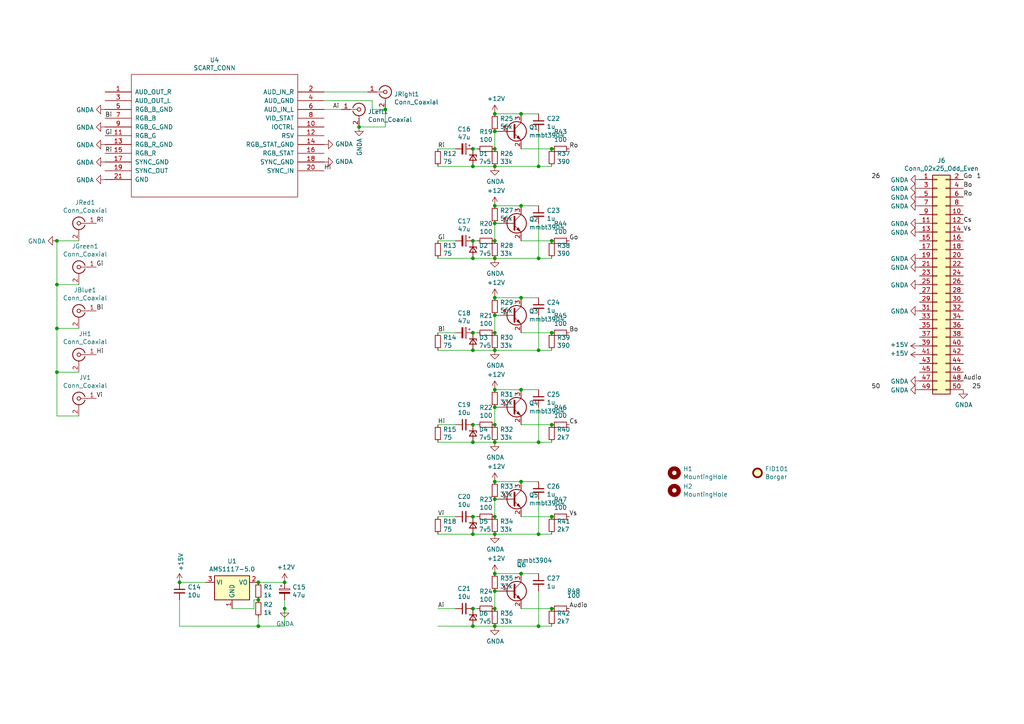
<source format=kicad_sch>
(kicad_sch (version 20231120) (generator "eeschema") (generator_version "8.0")
  (paper "A4")
  (lib_symbols
    (symbol "Connector:Conn_Coaxial" (pin_names (offset 1.016) hide)
      (property "Reference" "J" (at 0.254 3.048 0))
      (property "Value" "Conn_Coaxial" (at 2.921 0 90))
      (symbol "Conn_Coaxial_1_1"
        (pin passive line (at -5.08 0 0) (length 2.54) (name "In") (number "1"))
        (pin passive line (at 0 -5.08 90) (length 2.54) (name "Ext") (number "2"))
      )
    )
    (symbol "Connector_Generic:Conn_02x25_Odd_Even" (pin_names (offset 1.016) hide)
      (property "Reference" "J" (at 1.27 33.02 0))
      (property "Value" "Conn_02x25_Odd_Even" (at 1.27 -33.02 0))
      (symbol "Conn_02x25_Odd_Even_1_1"
        (pin passive line (at -5.08 30.48 0) (length 3.81) (name "Pin_1") (number "1"))
        (pin passive line (at 7.62 20.32 180) (length 3.81) (name "Pin_10") (number "10"))
        (pin passive line (at -5.08 17.78 0) (length 3.81) (name "Pin_11") (number "11"))
        (pin passive line (at 7.62 17.78 180) (length 3.81) (name "Pin_12") (number "12"))
        (pin passive line (at -5.08 15.24 0) (length 3.81) (name "Pin_13") (number "13"))
        (pin passive line (at 7.62 15.24 180) (length 3.81) (name "Pin_14") (number "14"))
        (pin passive line (at -5.08 12.7 0) (length 3.81) (name "Pin_15") (number "15"))
        (pin passive line (at 7.62 12.7 180) (length 3.81) (name "Pin_16") (number "16"))
        (pin passive line (at -5.08 10.16 0) (length 3.81) (name "Pin_17") (number "17"))
        (pin passive line (at 7.62 10.16 180) (length 3.81) (name "Pin_18") (number "18"))
        (pin passive line (at -5.08 7.62 0) (length 3.81) (name "Pin_19") (number "19"))
        (pin passive line (at 7.62 30.48 180) (length 3.81) (name "Pin_2") (number "2"))
        (pin passive line (at 7.62 7.62 180) (length 3.81) (name "Pin_20") (number "20"))
        (pin passive line (at -5.08 5.08 0) (length 3.81) (name "Pin_21") (number "21"))
        (pin passive line (at 7.62 5.08 180) (length 3.81) (name "Pin_22") (number "22"))
        (pin passive line (at -5.08 2.54 0) (length 3.81) (name "Pin_23") (number "23"))
        (pin passive line (at 7.62 2.54 180) (length 3.81) (name "Pin_24") (number "24"))
        (pin passive line (at -5.08 0 0) (length 3.81) (name "Pin_25") (number "25"))
        (pin passive line (at 7.62 0 180) (length 3.81) (name "Pin_26") (number "26"))
        (pin passive line (at -5.08 -2.54 0) (length 3.81) (name "Pin_27") (number "27"))
        (pin passive line (at 7.62 -2.54 180) (length 3.81) (name "Pin_28") (number "28"))
        (pin passive line (at -5.08 -5.08 0) (length 3.81) (name "Pin_29") (number "29"))
        (pin passive line (at -5.08 27.94 0) (length 3.81) (name "Pin_3") (number "3"))
        (pin passive line (at 7.62 -5.08 180) (length 3.81) (name "Pin_30") (number "30"))
        (pin passive line (at -5.08 -7.62 0) (length 3.81) (name "Pin_31") (number "31"))
        (pin passive line (at 7.62 -7.62 180) (length 3.81) (name "Pin_32") (number "32"))
        (pin passive line (at -5.08 -10.16 0) (length 3.81) (name "Pin_33") (number "33"))
        (pin passive line (at 7.62 -10.16 180) (length 3.81) (name "Pin_34") (number "34"))
        (pin passive line (at -5.08 -12.7 0) (length 3.81) (name "Pin_35") (number "35"))
        (pin passive line (at 7.62 -12.7 180) (length 3.81) (name "Pin_36") (number "36"))
        (pin passive line (at -5.08 -15.24 0) (length 3.81) (name "Pin_37") (number "37"))
        (pin passive line (at 7.62 -15.24 180) (length 3.81) (name "Pin_38") (number "38"))
        (pin passive line (at -5.08 -17.78 0) (length 3.81) (name "Pin_39") (number "39"))
        (pin passive line (at 7.62 27.94 180) (length 3.81) (name "Pin_4") (number "4"))
        (pin passive line (at 7.62 -17.78 180) (length 3.81) (name "Pin_40") (number "40"))
        (pin passive line (at -5.08 -20.32 0) (length 3.81) (name "Pin_41") (number "41"))
        (pin passive line (at 7.62 -20.32 180) (length 3.81) (name "Pin_42") (number "42"))
        (pin passive line (at -5.08 -22.86 0) (length 3.81) (name "Pin_43") (number "43"))
        (pin passive line (at 7.62 -22.86 180) (length 3.81) (name "Pin_44") (number "44"))
        (pin passive line (at -5.08 -25.4 0) (length 3.81) (name "Pin_45") (number "45"))
        (pin passive line (at 7.62 -25.4 180) (length 3.81) (name "Pin_46") (number "46"))
        (pin passive line (at -5.08 -27.94 0) (length 3.81) (name "Pin_47") (number "47"))
        (pin passive line (at 7.62 -27.94 180) (length 3.81) (name "Pin_48") (number "48"))
        (pin passive line (at -5.08 -30.48 0) (length 3.81) (name "Pin_49") (number "49"))
        (pin passive line (at -5.08 25.4 0) (length 3.81) (name "Pin_5") (number "5"))
        (pin passive line (at 7.62 -30.48 180) (length 3.81) (name "Pin_50") (number "50"))
        (pin passive line (at 7.62 25.4 180) (length 3.81) (name "Pin_6") (number "6"))
        (pin passive line (at -5.08 22.86 0) (length 3.81) (name "Pin_7") (number "7"))
        (pin passive line (at 7.62 22.86 180) (length 3.81) (name "Pin_8") (number "8"))
        (pin passive line (at -5.08 20.32 0) (length 3.81) (name "Pin_9") (number "9"))
      )
    )
    (symbol "Device:C_Small" (pin_numbers hide) (pin_names (offset 0.254) hide)
      (property "Reference" "C" (at 0.254 1.778 0))
      (property "Value" "C_Small" (at 0.254 -2.032 0))
      (symbol "C_Small_1_1"
        (pin passive line (at 0 2.54 270) (length 2.032) (name "~") (number "1"))
        (pin passive line (at 0 -2.54 90) (length 2.032) (name "~") (number "2"))
      )
    )
    (symbol "Device:D_Zener_Small" (pin_numbers hide) (pin_names (offset 0.254) hide)
      (property "Reference" "D" (at 0 2.286 0))
      (property "Value" "D_Zener_Small" (at 0 -2.286 0))
      (symbol "D_Zener_Small_1_1"
        (pin passive line (at -2.54 0 0) (length 1.778) (name "K") (number "1"))
        (pin passive line (at 2.54 0 180) (length 1.778) (name "A") (number "2"))
      )
    )
    (symbol "Device:Q_NPN_BEC" (pin_names (offset 0) hide)
      (property "Reference" "Q" (at 5.08 1.27 0))
      (property "Value" "Q_NPN_BEC" (at 5.08 -1.27 0))
      (symbol "Q_NPN_BEC_1_1"
        (pin input line (at -5.08 0 0) (length 5.715) (name "B") (number "1"))
        (pin passive line (at 2.54 -5.08 90) (length 2.54) (name "E") (number "2"))
        (pin passive line (at 2.54 5.08 270) (length 2.54) (name "C") (number "3"))
      )
    )
    (symbol "Device:R_Small" (pin_numbers hide) (pin_names (offset 0.254) hide)
      (property "Reference" "R" (at 0.762 0.508 0))
      (property "Value" "R_Small" (at 0.762 -1.016 0))
      (symbol "R_Small_1_1"
        (pin passive line (at 0 2.54 270) (length 0.762) (name "~") (number "1"))
        (pin passive line (at 0 -2.54 90) (length 0.762) (name "~") (number "2"))
      )
    )
    (symbol "JVCard-rescue:+12V-power" (power) (pin_names (offset 0))
      (property "Value" "power_+12V" (at 0 3.556 0))
      (symbol "+12V-power_1_1"
        (pin power_in line (at 0 0 90) (length 0) hide (name "+12V") (number "1"))
      )
    )
    (symbol "JVCard-rescue:+15V-power" (power) (pin_names (offset 0))
      (property "Value" "power_+15V" (at 0 3.556 0))
      (symbol "+15V-power_1_1"
        (pin power_in line (at 0 0 90) (length 0) hide (name "+15V") (number "1"))
      )
    )
    (symbol "JVCard-rescue:CP_Small-Device" (pin_numbers hide) (pin_names (offset 0.254) hide)
      (property "Reference" "C" (at 0.254 1.778 0))
      (property "Value" "Device_CP_Small" (at 0.254 -2.032 0))
      (symbol "CP_Small-Device_1_1"
        (pin passive line (at 0 2.54 270) (length 1.8542) (name "~") (number "1"))
        (pin passive line (at 0 -2.54 90) (length 1.8542) (name "~") (number "2"))
      )
    )
    (symbol "JVCard-rescue:GNDA-power" (power) (pin_names (offset 0))
      (property "Value" "power_GNDA" (at 0 -3.81 0))
      (symbol "GNDA-power_1_1"
        (pin power_in line (at 0 0 270) (length 0) hide (name "GNDA") (number "1"))
      )
    )
    (symbol "JVCard-rescue:SCART_CONN-ossc" (pin_names (offset 1.016))
      (property "Reference" "U" (at 0 -2.54 0))
      (property "Value" "ossc_SCART_CONN" (at 0 2.54 0))
      (symbol "SCART_CONN-ossc_1_1"
        (pin input line (at -31.75 12.7 0) (length 7.62) (name "AUD_OUT_R") (number "1"))
        (pin output line (at 31.75 2.54 180) (length 7.62) (name "IOCTRL") (number "10"))
        (pin output line (at -31.75 0 0) (length 7.62) (name "RGB_G") (number "11"))
        (pin output line (at 31.75 0 180) (length 7.62) (name "RSV") (number "12"))
        (pin power_in line (at -31.75 -2.54 0) (length 7.62) (name "RGB_R_GND") (number "13"))
        (pin power_in line (at 31.75 -2.54 180) (length 7.62) (name "RGB_STAT_GND") (number "14"))
        (pin output line (at -31.75 -5.08 0) (length 7.62) (name "RGB_R") (number "15"))
        (pin output line (at 31.75 -5.08 180) (length 7.62) (name "RGB_STAT") (number "16"))
        (pin output line (at -31.75 -7.62 0) (length 7.62) (name "SYNC_GND") (number "17"))
        (pin output line (at 31.75 -7.62 180) (length 7.62) (name "SYNC_GND") (number "18"))
        (pin input line (at -31.75 -10.16 0) (length 7.62) (name "SYNC_OUT") (number "19"))
        (pin output line (at 31.75 12.7 180) (length 7.62) (name "AUD_IN_R") (number "2"))
        (pin output line (at 31.75 -10.16 180) (length 7.62) (name "SYNC_IN") (number "20"))
        (pin power_in line (at -31.75 -12.7 0) (length 7.62) (name "GND") (number "21"))
        (pin input line (at -31.75 10.16 0) (length 7.62) (name "AUD_OUT_L") (number "3"))
        (pin power_in line (at 31.75 10.16 180) (length 7.62) (name "AUD_GND") (number "4"))
        (pin power_in line (at -31.75 7.62 0) (length 7.62) (name "RGB_B_GND") (number "5"))
        (pin output line (at 31.75 7.62 180) (length 7.62) (name "AUD_IN_L") (number "6"))
        (pin output line (at -31.75 5.08 0) (length 7.62) (name "RGB_B") (number "7"))
        (pin output line (at 31.75 5.08 180) (length 7.62) (name "VID_STAT") (number "8"))
        (pin power_in line (at -31.75 2.54 0) (length 7.62) (name "RGB_G_GND") (number "9"))
      )
    )
    (symbol "Mechanical:Fiducial" (exclude_from_sim yes) (in_bom no)
      (property "Reference" "FID" (at 0 5.08 0))
      (property "Value" "Fiducial" (at 0 3.175 0))
    )
    (symbol "Mechanical:MountingHole" (pin_names (offset 1.016)) (exclude_from_sim yes) (in_bom no)
      (property "Reference" "H" (at 0 5.08 0))
      (property "Value" "MountingHole" (at 0 3.175 0))
    )
    (symbol "Regulator_Linear:AMS1117-5.0"
      (property "Reference" "U" (at -3.81 3.175 0))
      (property "Value" "AMS1117-5.0" (at 0 3.175 0))
      (symbol "AMS1117-5.0_1_1"
        (pin power_in line (at 0 -7.62 90) (length 2.54) (name "GND") (number "1"))
        (pin power_out line (at 7.62 0 180) (length 2.54) (name "VO") (number "2"))
        (pin power_in line (at -7.62 0 0) (length 2.54) (name "VI") (number "3"))
      )
    )
  )
  (junction (at 143.51 118.11))
  (junction (at 143.51 144.78))
  (junction (at 111.76 31.75))
  (junction (at 143.51 113.03))
  (junction (at 143.51 33.02))
  (junction (at 143.51 69.85))
  (junction (at 74.93 173.99))
  (junction (at 143.51 176.53))
  (junction (at 137.16 149.86))
  (junction (at 143.51 139.7))
  (junction (at 137.16 176.53))
  (junction (at 137.16 154.94))
  (junction (at 143.51 96.52))
  (junction (at 82.55 168.91))
  (junction (at 137.16 128.27))
  (junction (at 143.51 101.6))
  (junction (at 16.51 82.55))
  (junction (at 156.21 128.27))
  (junction (at 143.51 43.18))
  (junction (at 151.13 113.03))
  (junction (at 143.51 123.19))
  (junction (at 104.14 36.83))
  (junction (at 74.93 181.61))
  (junction (at 137.16 123.19))
  (junction (at 137.16 48.26))
  (junction (at 160.02 176.53))
  (junction (at 143.51 171.45))
  (junction (at 143.51 38.1))
  (junction (at 143.51 154.94))
  (junction (at 156.21 101.6))
  (junction (at 143.51 74.93))
  (junction (at 160.02 69.85))
  (junction (at 143.51 181.61))
  (junction (at 16.51 107.95))
  (junction (at 160.02 123.19))
  (junction (at 156.21 48.26))
  (junction (at 143.51 86.36))
  (junction (at 160.02 149.86))
  (junction (at 52.07 168.91))
  (junction (at 156.21 154.94))
  (junction (at 143.51 166.37))
  (junction (at 143.51 59.69))
  (junction (at 137.16 181.61))
  (junction (at 137.16 43.18))
  (junction (at 156.21 181.61))
  (junction (at 82.55 176.53))
  (junction (at 137.16 69.85))
  (junction (at 151.13 33.02))
  (junction (at 143.51 64.77))
  (junction (at 143.51 91.44))
  (junction (at 160.02 96.52))
  (junction (at 137.16 96.52))
  (junction (at 151.13 139.7))
  (junction (at 16.51 95.25))
  (junction (at 156.21 74.93))
  (junction (at 151.13 59.69))
  (junction (at 151.13 166.37))
  (junction (at 143.51 48.26))
  (junction (at 16.51 69.85))
  (junction (at 143.51 128.27))
  (junction (at 160.02 43.18))
  (junction (at 137.16 74.93))
  (junction (at 143.51 149.86))
  (junction (at 151.13 86.36))
  (junction (at 137.16 101.6))
  (junction (at 74.93 168.91))
  (wire (pts (xy 104.14 36.83) (xy 111.76 36.83)))
  (wire (pts (xy 151.13 123.19) (xy 160.02 123.19)))
  (wire (pts (xy 156.21 118.11) (xy 156.21 128.27)))
  (wire (pts (xy 52.07 181.61) (xy 74.93 181.61)))
  (wire (pts (xy 16.51 107.95) (xy 16.51 95.25)))
  (wire (pts (xy 138.43 69.85) (xy 137.16 69.85)))
  (wire (pts (xy 111.76 36.83) (xy 111.76 31.75)))
  (wire (pts (xy 143.51 154.94) (xy 137.16 154.94)))
  (wire (pts (xy 151.13 149.86) (xy 160.02 149.86)))
  (wire (pts (xy 137.16 154.94) (xy 127 154.94)))
  (wire (pts (xy 156.21 59.69) (xy 151.13 59.69)))
  (wire (pts (xy 143.51 123.19) (xy 143.51 118.11)))
  (wire (pts (xy 107.95 31.75) (xy 107.95 29.21)))
  (wire (pts (xy 137.16 181.61) (xy 127 181.61)))
  (wire (pts (xy 137.16 74.93) (xy 127 74.93)))
  (wire (pts (xy 127 43.18) (xy 132.08 43.18)))
  (wire (pts (xy 74.93 181.61) (xy 82.55 181.61)))
  (wire (pts (xy 160.02 154.94) (xy 156.21 154.94)))
  (wire (pts (xy 82.55 181.61) (xy 82.55 176.53)))
  (wire (pts (xy 16.51 95.25) (xy 16.51 82.55)))
  (wire (pts (xy 138.43 96.52) (xy 137.16 96.52)))
  (wire (pts (xy 73.66 176.53) (xy 73.66 173.99)))
  (wire (pts (xy 156.21 144.78) (xy 156.21 154.94)))
  (wire (pts (xy 156.21 86.36) (xy 151.13 86.36)))
  (wire (pts (xy 156.21 38.1) (xy 156.21 48.26)))
  (wire (pts (xy 151.13 43.18) (xy 160.02 43.18)))
  (wire (pts (xy 107.95 29.21) (xy 93.98 29.21)))
  (wire (pts (xy 16.51 82.55) (xy 16.51 69.85)))
  (wire (pts (xy 160.02 48.26) (xy 156.21 48.26)))
  (wire (pts (xy 143.51 59.69) (xy 151.13 59.69)))
  (wire (pts (xy 143.51 33.02) (xy 151.13 33.02)))
  (wire (pts (xy 156.21 154.94) (xy 143.51 154.94)))
  (wire (pts (xy 160.02 101.6) (xy 156.21 101.6)))
  (wire (pts (xy 16.51 120.65) (xy 16.51 107.95)))
  (wire (pts (xy 22.86 107.95) (xy 16.51 107.95)))
  (wire (pts (xy 151.13 69.85) (xy 160.02 69.85)))
  (wire (pts (xy 156.21 113.03) (xy 151.13 113.03)))
  (wire (pts (xy 143.51 69.85) (xy 143.51 64.77)))
  (wire (pts (xy 22.86 82.55) (xy 16.51 82.55)))
  (wire (pts (xy 74.93 168.91) (xy 82.55 168.91)))
  (wire (pts (xy 93.98 31.75) (xy 99.06 31.75)))
  (wire (pts (xy 143.51 166.37) (xy 151.13 166.37)))
  (wire (pts (xy 156.21 181.61) (xy 143.51 181.61)))
  (wire (pts (xy 127 123.19) (xy 132.08 123.19)))
  (wire (pts (xy 160.02 128.27) (xy 156.21 128.27)))
  (wire (pts (xy 143.51 43.18) (xy 143.51 38.1)))
  (wire (pts (xy 160.02 181.61) (xy 156.21 181.61)))
  (wire (pts (xy 106.68 26.67) (xy 93.98 26.67)))
  (wire (pts (xy 143.51 48.26) (xy 137.16 48.26)))
  (wire (pts (xy 160.02 74.93) (xy 156.21 74.93)))
  (wire (pts (xy 138.43 176.53) (xy 137.16 176.53)))
  (wire (pts (xy 143.51 181.61) (xy 137.16 181.61)))
  (wire (pts (xy 138.43 149.86) (xy 137.16 149.86)))
  (wire (pts (xy 127 149.86) (xy 132.08 149.86)))
  (wire (pts (xy 16.51 69.85) (xy 22.86 69.85)))
  (wire (pts (xy 137.16 48.26) (xy 127 48.26)))
  (wire (pts (xy 143.51 176.53) (xy 143.51 171.45)))
  (wire (pts (xy 137.16 128.27) (xy 127 128.27)))
  (wire (pts (xy 111.76 31.75) (xy 107.95 31.75)))
  (wire (pts (xy 127 176.53) (xy 132.08 176.53)))
  (wire (pts (xy 67.31 176.53) (xy 73.66 176.53)))
  (wire (pts (xy 156.21 128.27) (xy 143.51 128.27)))
  (wire (pts (xy 73.66 173.99) (xy 74.93 173.99)))
  (wire (pts (xy 151.13 176.53) (xy 160.02 176.53)))
  (wire (pts (xy 52.07 173.99) (xy 52.07 181.61)))
  (wire (pts (xy 143.51 128.27) (xy 137.16 128.27)))
  (wire (pts (xy 143.51 113.03) (xy 151.13 113.03)))
  (wire (pts (xy 143.51 96.52) (xy 143.51 91.44)))
  (wire (pts (xy 137.16 101.6) (xy 127 101.6)))
  (wire (pts (xy 156.21 33.02) (xy 151.13 33.02)))
  (wire (pts (xy 22.86 120.65) (xy 16.51 120.65)))
  (wire (pts (xy 138.43 43.18) (xy 137.16 43.18)))
  (wire (pts (xy 143.51 101.6) (xy 137.16 101.6)))
  (wire (pts (xy 156.21 64.77) (xy 156.21 74.93)))
  (wire (pts (xy 138.43 123.19) (xy 137.16 123.19)))
  (wire (pts (xy 127 96.52) (xy 132.08 96.52)))
  (wire (pts (xy 156.21 48.26) (xy 143.51 48.26)))
  (wire (pts (xy 156.21 139.7) (xy 151.13 139.7)))
  (wire (pts (xy 156.21 166.37) (xy 151.13 166.37)))
  (wire (pts (xy 74.93 179.07) (xy 74.93 181.61)))
  (wire (pts (xy 143.51 149.86) (xy 143.51 144.78)))
  (wire (pts (xy 156.21 171.45) (xy 156.21 181.61)))
  (wire (pts (xy 143.51 139.7) (xy 151.13 139.7)))
  (wire (pts (xy 59.69 168.91) (xy 52.07 168.91)))
  (wire (pts (xy 156.21 101.6) (xy 143.51 101.6)))
  (wire (pts (xy 127 69.85) (xy 132.08 69.85)))
  (wire (pts (xy 156.21 74.93) (xy 143.51 74.93)))
  (wire (pts (xy 22.86 95.25) (xy 16.51 95.25)))
  (wire (pts (xy 156.21 91.44) (xy 156.21 101.6)))
  (wire (pts (xy 82.55 173.99) (xy 82.55 176.53)))
  (wire (pts (xy 143.51 74.93) (xy 137.16 74.93)))
  (wire (pts (xy 143.51 86.36) (xy 151.13 86.36)))
  (wire (pts (xy 151.13 96.52) (xy 160.02 96.52)))
  (label "Bi" (at 127 96.52 0))
  (label "Ri" (at 30.48 44.45 0))
  (label "Bo" (at 165.1 96.52 0))
  (label "26" (at 252.73 52.07 0))
  (label "Bo" (at 279.4 54.61 0))
  (label "Audio" (at 165.1 176.53 0))
  (label "Hi" (at 127 123.19 0))
  (label "Gi" (at 30.48 39.37 0))
  (label "Ai" (at 127 176.53 0))
  (label "Go" (at 165.1 69.85 0))
  (label "Hi" (at 93.98 49.53 0))
  (label "Hi" (at 27.94 102.87 0))
  (label "Cs" (at 165.1 123.19 0))
  (label "25" (at 281.94 113.03 0))
  (label "Gi" (at 27.94 77.47 0))
  (label "Ri" (at 27.94 64.77 0))
  (label "Bi" (at 27.94 90.17 0))
  (label "Ai" (at 96.52 31.75 0))
  (label "Gi" (at 127 69.85 0))
  (label "Ro" (at 165.1 43.18 0))
  (label "Go" (at 279.4 52.07 0))
  (label "Cs" (at 279.4 64.77 0))
  (label "Vs" (at 279.4 67.31 0))
  (label "Ro" (at 279.4 57.15 0))
  (label "Vs" (at 165.1 149.86 0))
  (label "Bi" (at 30.48 34.29 0))
  (label "1" (at 283.21 52.07 0))
  (label "50" (at 252.73 113.03 0))
  (label "Audio" (at 279.4 110.49 0))
  (label "Vi" (at 27.94 115.57 0))
  (label "Ri" (at 127 43.18 0))
  (label "Vi" (at 127 149.86 0))
  (symbol (lib_id "JVCard-rescue:SCART_CONN-ossc") (at 62.23 39.37 0) (unit 1)
    (property "Reference" "U4" (at 62.23 17.399 0))
    (property "Value" "SCART_CONN" (at 62.23 19.7104 0))
    (property "Footprint" "custom_components:SCART_CONN" (effects (hide yes)))
    (property "LCSC" "NOT FITTED" (effects (hide yes)))
  )
  (symbol (lib_id "JVCard-rescue:GNDA-power") (at 279.4 113.03 0) (unit 1)
    (property "Reference" "#PWR0123" (effects (hide yes)))
    (property "Value" "GNDA" (at 279.527 117.4242 0))
  )
  (symbol (lib_id "JVCard-rescue:GNDA-power") (at 266.7 52.07 270) (unit 1)
    (property "Reference" "#PWR0136" (effects (hide yes)))
    (property "Value" "GNDA" (at 263.4742 52.197 90) (effects (justify right)))
  )
  (symbol (lib_id "JVCard-rescue:GNDA-power") (at 266.7 59.69 270) (unit 1)
    (property "Reference" "#PWR0137" (effects (hide yes)))
    (property "Value" "GNDA" (at 263.4742 59.817 90) (effects (justify right)))
  )
  (symbol (lib_id "JVCard-rescue:GNDA-power") (at 266.7 113.03 270) (unit 1)
    (property "Reference" "#PWR0124" (effects (hide yes)))
    (property "Value" "GNDA" (at 263.4742 113.157 90) (effects (justify right)))
  )
  (symbol (lib_id "JVCard-rescue:GNDA-power") (at 266.7 110.49 270) (unit 1)
    (property "Reference" "#PWR0125" (effects (hide yes)))
    (property "Value" "GNDA" (at 263.4742 110.617 90) (effects (justify right)))
  )
  (symbol (lib_id "JVCard-rescue:GNDA-power") (at 266.7 90.17 270) (unit 1)
    (property "Reference" "#PWR0126" (effects (hide yes)))
    (property "Value" "GNDA" (at 263.4742 90.297 90) (effects (justify right)))
  )
  (symbol (lib_id "Connector:Conn_Coaxial") (at 22.86 64.77 0) (mirror y) (unit 1)
    (property "Reference" "JRed1" (at 24.6888 58.7248 0))
    (property "Value" "Conn_Coaxial" (at 24.6888 61.0362 0))
    (property "Footprint" "Connector_Coaxial:BNC_Amphenol_B6252HB-NPP3G-50_Horizontal" (effects (hide yes)))
    (property "Datasheet" " ~" (effects (hide yes)))
    (property "LCSC" "NOT FITTED" (effects (hide yes)))
  )
  (symbol (lib_id "JVCard-rescue:GNDA-power") (at 266.7 82.55 270) (unit 1)
    (property "Reference" "#PWR0127" (effects (hide yes)))
    (property "Value" "GNDA" (at 263.4742 82.677 90) (effects (justify right)))
  )
  (symbol (lib_id "JVCard-rescue:GNDA-power") (at 266.7 77.47 270) (unit 1)
    (property "Reference" "#PWR0128" (effects (hide yes)))
    (property "Value" "GNDA" (at 263.4742 77.597 90) (effects (justify right)))
  )
  (symbol (lib_id "JVCard-rescue:GNDA-power") (at 266.7 74.93 270) (unit 1)
    (property "Reference" "#PWR0129" (effects (hide yes)))
    (property "Value" "GNDA" (at 263.4742 75.057 90) (effects (justify right)))
  )
  (symbol (lib_id "JVCard-rescue:GNDA-power") (at 266.7 67.31 270) (unit 1)
    (property "Reference" "#PWR0130" (effects (hide yes)))
    (property "Value" "GNDA" (at 263.4742 67.437 90) (effects (justify right)))
  )
  (symbol (lib_id "JVCard-rescue:GNDA-power") (at 266.7 64.77 270) (unit 1)
    (property "Reference" "#PWR0131" (effects (hide yes)))
    (property "Value" "GNDA" (at 263.4742 64.897 90) (effects (justify right)))
  )
  (symbol (lib_id "JVCard-rescue:GNDA-power") (at 266.7 57.15 270) (unit 1)
    (property "Reference" "#PWR0132" (effects (hide yes)))
    (property "Value" "GNDA" (at 263.4742 57.277 90) (effects (justify right)))
  )
  (symbol (lib_id "JVCard-rescue:GNDA-power") (at 266.7 54.61 270) (unit 1)
    (property "Reference" "#PWR0133" (effects (hide yes)))
    (property "Value" "GNDA" (at 263.4742 54.737 90) (effects (justify right)))
  )
  (symbol (lib_id "JVCard-rescue:+15V-power") (at 266.7 100.33 90) (unit 1)
    (property "Reference" "#PWR0134" (effects (hide yes)))
    (property "Value" "+15V" (at 263.4488 99.949 90) (effects (justify left)))
  )
  (symbol (lib_id "Connector:Conn_Coaxial") (at 22.86 77.47 0) (mirror y) (unit 1)
    (property "Reference" "JGreen1" (at 24.6888 71.4248 0))
    (property "Value" "Conn_Coaxial" (at 24.6888 73.7362 0))
    (property "Footprint" "Connector_Coaxial:BNC_Amphenol_B6252HB-NPP3G-50_Horizontal" (effects (hide yes)))
    (property "Datasheet" " ~" (effects (hide yes)))
    (property "LCSC" "NOT FITTED" (effects (hide yes)))
  )
  (symbol (lib_id "Connector:Conn_Coaxial") (at 22.86 90.17 0) (mirror y) (unit 1)
    (property "Reference" "JBlue1" (at 24.6888 84.1248 0))
    (property "Value" "Conn_Coaxial" (at 24.6888 86.4362 0))
    (property "Footprint" "Connector_Coaxial:BNC_Amphenol_B6252HB-NPP3G-50_Horizontal" (effects (hide yes)))
    (property "Datasheet" " ~" (effects (hide yes)))
    (property "LCSC" "NOT FITTED" (effects (hide yes)))
  )
  (symbol (lib_id "JVCard-rescue:+15V-power") (at 266.7 102.87 90) (unit 1)
    (property "Reference" "#PWR0135" (effects (hide yes)))
    (property "Value" "+15V" (at 263.4488 102.489 90) (effects (justify left)))
  )
  (symbol (lib_id "Connector:Conn_Coaxial") (at 22.86 102.87 0) (mirror y) (unit 1)
    (property "Reference" "JH1" (at 24.6888 96.8248 0))
    (property "Value" "Conn_Coaxial" (at 24.6888 99.1362 0))
    (property "Footprint" "Connector_Coaxial:BNC_Amphenol_B6252HB-NPP3G-50_Horizontal" (effects (hide yes)))
    (property "Datasheet" " ~" (effects (hide yes)))
    (property "LCSC" "NOT FITTED" (effects (hide yes)))
  )
  (symbol (lib_id "Connector:Conn_Coaxial") (at 22.86 115.57 0) (mirror y) (unit 1)
    (property "Reference" "JV1" (at 24.6888 109.5248 0))
    (property "Value" "Conn_Coaxial" (at 24.6888 111.8362 0))
    (property "Footprint" "Connector_Coaxial:BNC_Amphenol_B6252HB-NPP3G-50_Horizontal" (effects (hide yes)))
    (property "Datasheet" " ~" (effects (hide yes)))
    (property "LCSC" "NOT FITTED" (effects (hide yes)))
  )
  (symbol (lib_id "Connector:Conn_Coaxial") (at 111.76 26.67 0) (unit 1)
    (property "Reference" "JRight1" (at 114.3 27.305 0) (effects (justify left)))
    (property "Value" "Conn_Coaxial" (at 114.3 29.6164 0) (effects (justify left)))
    (property "Footprint" "videobits:Cheapo_RCA_single_edge" (effects (hide yes)))
    (property "Datasheet" " ~" (effects (hide yes)))
    (property "LCSC" "NOT FITTED" (effects (hide yes)))
  )
  (symbol (lib_id "Connector:Conn_Coaxial") (at 104.14 31.75 0) (unit 1)
    (property "Reference" "JLeft1" (at 106.68 32.385 0) (effects (justify left)))
    (property "Value" "Conn_Coaxial" (at 106.68 34.6964 0) (effects (justify left)))
    (property "Footprint" "videobits:Cheapo_RCA_single_edge" (effects (hide yes)))
    (property "Datasheet" " ~" (effects (hide yes)))
    (property "LCSC" "NOT FITTED" (effects (hide yes)))
  )
  (symbol (lib_id "JVCard-rescue:GNDA-power") (at 16.51 69.85 270) (unit 1)
    (property "Reference" "#PWR0138" (effects (hide yes)))
    (property "Value" "GNDA" (at 13.2842 69.977 90) (effects (justify right)))
  )
  (symbol (lib_id "JVCard-rescue:GNDA-power") (at 30.48 31.75 270) (unit 1)
    (property "Reference" "#PWR0139" (effects (hide yes)))
    (property "Value" "GNDA" (at 27.2542 31.877 90) (effects (justify right)))
  )
  (symbol (lib_id "JVCard-rescue:GNDA-power") (at 30.48 36.83 270) (unit 1)
    (property "Reference" "#PWR0140" (effects (hide yes)))
    (property "Value" "GNDA" (at 27.2542 36.957 90) (effects (justify right)))
  )
  (symbol (lib_id "JVCard-rescue:GNDA-power") (at 30.48 41.91 270) (unit 1)
    (property "Reference" "#PWR0141" (effects (hide yes)))
    (property "Value" "GNDA" (at 27.2542 42.037 90) (effects (justify right)))
  )
  (symbol (lib_id "JVCard-rescue:GNDA-power") (at 30.48 46.99 270) (unit 1)
    (property "Reference" "#PWR0142" (effects (hide yes)))
    (property "Value" "GNDA" (at 27.2542 47.117 90) (effects (justify right)))
  )
  (symbol (lib_id "JVCard-rescue:GNDA-power") (at 30.48 52.07 270) (unit 1)
    (property "Reference" "#PWR0143" (effects (hide yes)))
    (property "Value" "GNDA" (at 27.2542 52.197 90) (effects (justify right)))
  )
  (symbol (lib_id "JVCard-rescue:GNDA-power") (at 104.14 36.83 0) (unit 1)
    (property "Reference" "#PWR0144" (effects (hide yes)))
    (property "Value" "GNDA" (at 104.267 40.0558 90) (effects (justify right)))
  )
  (symbol (lib_id "JVCard-rescue:GNDA-power") (at 93.98 46.99 90) (unit 1)
    (property "Reference" "#PWR0145" (effects (hide yes)))
    (property "Value" "GNDA" (at 97.2058 46.863 90) (effects (justify right)))
  )
  (symbol (lib_id "JVCard-rescue:GNDA-power") (at 93.98 41.91 90) (unit 1)
    (property "Reference" "#PWR0146" (effects (hide yes)))
    (property "Value" "GNDA" (at 97.2058 41.783 90) (effects (justify right)))
  )
  (symbol (lib_id "Device:R_Small") (at 127 45.72 0) (unit 1)
    (property "Reference" "R12" (at 128.4986 44.5516 0) (effects (justify left)))
    (property "Value" "75" (at 128.4986 46.863 0) (effects (justify left)))
    (property "Footprint" "Resistor_SMD:R_0805_2012Metric_Pad1.15x1.40mm_HandSolder" (effects (hide yes)))
    (property "LCSC" "C20638" (effects (hide yes)))
  )
  (symbol (lib_id "JVCard-rescue:CP_Small-Device") (at 134.62 43.18 270) (unit 1)
    (property "Reference" "C16" (at 134.62 37.465 90))
    (property "Value" "47u" (at 134.62 39.7764 90))
    (property "Footprint" "Capacitor_SMD:CP_Elec_6.3x7.7" (effects (hide yes)))
    (property "LCSC" "C249976" (effects (hide yes)))
  )
  (symbol (lib_id "Device:D_Zener_Small") (at 137.16 45.72 270) (unit 1)
    (property "Reference" "D1" (at 138.8872 44.5516 90) (effects (justify left)))
    (property "Value" "7v5" (at 138.8872 46.863 90) (effects (justify left)))
    (property "Footprint" "Diode_SMD:D_SOD-123F" (effects (hide yes)))
    (property "LCSC" " C123796" (effects (hide yes)))
  )
  (symbol (lib_id "Device:R_Small") (at 143.51 45.72 0) (unit 1)
    (property "Reference" "R26" (at 145.0086 44.5516 0) (effects (justify left)))
    (property "Value" "33k" (at 145.0086 46.863 0) (effects (justify left)))
    (property "Footprint" "Resistor_SMD:R_0805_2012Metric_Pad1.15x1.40mm_HandSolder" (effects (hide yes)))
    (property "LCSC" "C17633" (effects (hide yes)))
  )
  (symbol (lib_id "Device:R_Small") (at 160.02 45.72 0) (unit 1)
    (property "Reference" "R37" (at 161.5186 44.5516 0) (effects (justify left)))
    (property "Value" "390" (at 161.5186 46.863 0) (effects (justify left)))
    (property "Footprint" "Resistor_SMD:R_0805_2012Metric_Pad1.15x1.40mm_HandSolder" (effects (hide yes)))
    (property "LCSC" "C17655" (effects (hide yes)))
  )
  (symbol (lib_id "Device:R_Small") (at 162.56 43.18 270) (unit 1)
    (property "Reference" "R43" (at 162.56 38.2016 90))
    (property "Value" "100" (at 162.56 40.513 90))
    (property "Footprint" "Resistor_SMD:R_0805_2012Metric_Pad1.15x1.40mm_HandSolder" (effects (hide yes)))
    (property "LCSC" "C17408" (effects (hide yes)))
  )
  (symbol (lib_id "Device:R_Small") (at 140.97 43.18 270) (unit 1)
    (property "Reference" "R19" (at 140.97 38.2016 90))
    (property "Value" "100" (at 140.97 40.513 90))
    (property "Footprint" "Resistor_SMD:R_0805_2012Metric_Pad1.15x1.40mm_HandSolder" (effects (hide yes)))
    (property "LCSC" "C17408" (effects (hide yes)))
  )
  (symbol (lib_id "Device:Q_NPN_BEC") (at 148.59 38.1 0) (unit 1)
    (property "Reference" "Q1" (at 153.416 36.9316 0) (effects (justify left)))
    (property "Value" "mmbt3904" (at 153.416 39.243 0) (effects (justify left)))
    (property "Footprint" "Package_TO_SOT_SMD:SOT-23" (effects (hide yes)))
    (property "LCSC" "C20526" (effects (hide yes)))
  )
  (symbol (lib_id "Device:R_Small") (at 143.51 35.56 0) (unit 1)
    (property "Reference" "R25" (at 145.0086 34.3916 0) (effects (justify left)))
    (property "Value" "56k" (at 145.0086 36.703 0) (effects (justify left)))
    (property "Footprint" "Resistor_SMD:R_0805_2012Metric_Pad1.15x1.40mm_HandSolder" (effects (hide yes)))
    (property "LCSC" "C17756" (effects (hide yes)))
  )
  (symbol (lib_id "JVCard-rescue:+12V-power") (at 143.51 33.02 0) (unit 1)
    (property "Reference" "#PWR0147" (effects (hide yes)))
    (property "Value" "+12V" (at 143.891 28.6258 0))
  )
  (symbol (lib_id "JVCard-rescue:GNDA-power") (at 143.51 48.26 0) (unit 1)
    (property "Reference" "#PWR0148" (effects (hide yes)))
    (property "Value" "GNDA" (at 143.637 52.6542 0))
  )
  (symbol (lib_id "Device:C_Small") (at 156.21 35.56 0) (unit 1)
    (property "Reference" "C22" (at 158.5468 34.3916 0) (effects (justify left)))
    (property "Value" "1u" (at 158.5468 36.703 0) (effects (justify left)))
    (property "Footprint" "Capacitor_SMD:C_0805_2012Metric_Pad1.15x1.40mm_HandSolder" (effects (hide yes)))
    (property "LCSC" "C28323" (effects (hide yes)))
  )
  (symbol (lib_id "Device:R_Small") (at 127 72.39 0) (unit 1)
    (property "Reference" "R13" (at 128.4986 71.2216 0) (effects (justify left)))
    (property "Value" "75" (at 128.4986 73.533 0) (effects (justify left)))
    (property "Footprint" "Resistor_SMD:R_0805_2012Metric_Pad1.15x1.40mm_HandSolder" (effects (hide yes)))
    (property "LCSC" "C20638" (effects (hide yes)))
  )
  (symbol (lib_id "JVCard-rescue:CP_Small-Device") (at 134.62 69.85 270) (unit 1)
    (property "Reference" "C17" (at 134.62 64.135 90))
    (property "Value" "47u" (at 134.62 66.4464 90))
    (property "Footprint" "Capacitor_SMD:CP_Elec_6.3x7.7" (effects (hide yes)))
    (property "LCSC" "C249976" (effects (hide yes)))
  )
  (symbol (lib_id "Device:D_Zener_Small") (at 137.16 72.39 270) (unit 1)
    (property "Reference" "D2" (at 138.8872 71.2216 90) (effects (justify left)))
    (property "Value" "7v5" (at 138.8872 73.533 90) (effects (justify left)))
    (property "Footprint" "Diode_SMD:D_SOD-123F" (effects (hide yes)))
    (property "LCSC" " C123796" (effects (hide yes)))
  )
  (symbol (lib_id "Device:R_Small") (at 143.51 72.39 0) (unit 1)
    (property "Reference" "R28" (at 145.0086 71.2216 0) (effects (justify left)))
    (property "Value" "33k" (at 145.0086 73.533 0) (effects (justify left)))
    (property "Footprint" "Resistor_SMD:R_0805_2012Metric_Pad1.15x1.40mm_HandSolder" (effects (hide yes)))
    (property "LCSC" "C17633" (effects (hide yes)))
  )
  (symbol (lib_id "Device:R_Small") (at 160.02 72.39 0) (unit 1)
    (property "Reference" "R38" (at 161.5186 71.2216 0) (effects (justify left)))
    (property "Value" "390" (at 161.5186 73.533 0) (effects (justify left)))
    (property "Footprint" "Resistor_SMD:R_0805_2012Metric_Pad1.15x1.40mm_HandSolder" (effects (hide yes)))
    (property "LCSC" "C17655" (effects (hide yes)))
  )
  (symbol (lib_id "Device:R_Small") (at 162.56 69.85 270) (unit 1)
    (property "Reference" "R44" (at 162.56 64.8716 90))
    (property "Value" "100" (at 162.56 67.183 90))
    (property "Footprint" "Resistor_SMD:R_0805_2012Metric_Pad1.15x1.40mm_HandSolder" (effects (hide yes)))
    (property "LCSC" "C17408" (effects (hide yes)))
  )
  (symbol (lib_id "Device:R_Small") (at 140.97 69.85 270) (unit 1)
    (property "Reference" "R20" (at 140.97 64.8716 90))
    (property "Value" "100" (at 140.97 67.183 90))
    (property "Footprint" "Resistor_SMD:R_0805_2012Metric_Pad1.15x1.40mm_HandSolder" (effects (hide yes)))
    (property "LCSC" "C17408" (effects (hide yes)))
  )
  (symbol (lib_id "Device:Q_NPN_BEC") (at 148.59 64.77 0) (unit 1)
    (property "Reference" "Q2" (at 153.416 63.6016 0) (effects (justify left)))
    (property "Value" "mmbt3904" (at 153.416 65.913 0) (effects (justify left)))
    (property "Footprint" "Package_TO_SOT_SMD:SOT-23" (effects (hide yes)))
    (property "LCSC" "C20526" (effects (hide yes)))
  )
  (symbol (lib_id "Device:R_Small") (at 143.51 62.23 0) (unit 1)
    (property "Reference" "R27" (at 145.0086 61.0616 0) (effects (justify left)))
    (property "Value" "56k" (at 145.0086 63.373 0) (effects (justify left)))
    (property "Footprint" "Resistor_SMD:R_0805_2012Metric_Pad1.15x1.40mm_HandSolder" (effects (hide yes)))
    (property "LCSC" "C17756" (effects (hide yes)))
  )
  (symbol (lib_id "JVCard-rescue:+12V-power") (at 143.51 59.69 0) (unit 1)
    (property "Reference" "#PWR0149" (effects (hide yes)))
    (property "Value" "+12V" (at 143.891 55.2958 0))
  )
  (symbol (lib_id "JVCard-rescue:GNDA-power") (at 143.51 74.93 0) (unit 1)
    (property "Reference" "#PWR0150" (effects (hide yes)))
    (property "Value" "GNDA" (at 143.637 79.3242 0))
  )
  (symbol (lib_id "Device:C_Small") (at 156.21 62.23 0) (unit 1)
    (property "Reference" "C23" (at 158.5468 61.0616 0) (effects (justify left)))
    (property "Value" "1u" (at 158.5468 63.373 0) (effects (justify left)))
    (property "Footprint" "Capacitor_SMD:C_0805_2012Metric_Pad1.15x1.40mm_HandSolder" (effects (hide yes)))
    (property "LCSC" "C28323" (effects (hide yes)))
  )
  (symbol (lib_id "Device:R_Small") (at 127 99.06 0) (unit 1)
    (property "Reference" "R14" (at 128.4986 97.8916 0) (effects (justify left)))
    (property "Value" "75" (at 128.4986 100.203 0) (effects (justify left)))
    (property "Footprint" "Resistor_SMD:R_0805_2012Metric_Pad1.15x1.40mm_HandSolder" (effects (hide yes)))
    (property "LCSC" "C20638" (effects (hide yes)))
  )
  (symbol (lib_id "JVCard-rescue:CP_Small-Device") (at 134.62 96.52 270) (unit 1)
    (property "Reference" "C18" (at 134.62 90.805 90))
    (property "Value" "47u" (at 134.62 93.1164 90))
    (property "Footprint" "Capacitor_SMD:CP_Elec_6.3x7.7" (effects (hide yes)))
    (property "LCSC" "C249976" (effects (hide yes)))
  )
  (symbol (lib_id "Device:D_Zener_Small") (at 137.16 99.06 270) (unit 1)
    (property "Reference" "D3" (at 138.8872 97.8916 90) (effects (justify left)))
    (property "Value" "7v5" (at 138.8872 100.203 90) (effects (justify left)))
    (property "Footprint" "Diode_SMD:D_SOD-123F" (effects (hide yes)))
    (property "LCSC" " C123796" (effects (hide yes)))
  )
  (symbol (lib_id "Device:R_Small") (at 143.51 99.06 0) (unit 1)
    (property "Reference" "R30" (at 145.0086 97.8916 0) (effects (justify left)))
    (property "Value" "33k" (at 145.0086 100.203 0) (effects (justify left)))
    (property "Footprint" "Resistor_SMD:R_0805_2012Metric_Pad1.15x1.40mm_HandSolder" (effects (hide yes)))
    (property "LCSC" "C17633" (effects (hide yes)))
  )
  (symbol (lib_id "Device:R_Small") (at 160.02 99.06 0) (unit 1)
    (property "Reference" "R39" (at 161.5186 97.8916 0) (effects (justify left)))
    (property "Value" "390" (at 161.5186 100.203 0) (effects (justify left)))
    (property "Footprint" "Resistor_SMD:R_0805_2012Metric_Pad1.15x1.40mm_HandSolder" (effects (hide yes)))
    (property "LCSC" "C17655" (effects (hide yes)))
  )
  (symbol (lib_id "Device:R_Small") (at 162.56 96.52 270) (unit 1)
    (property "Reference" "R45" (at 162.56 91.5416 90))
    (property "Value" "100" (at 162.56 93.853 90))
    (property "Footprint" "Resistor_SMD:R_0805_2012Metric_Pad1.15x1.40mm_HandSolder" (effects (hide yes)))
    (property "LCSC" "C17408" (effects (hide yes)))
  )
  (symbol (lib_id "Device:R_Small") (at 140.97 96.52 270) (unit 1)
    (property "Reference" "R21" (at 140.97 91.5416 90))
    (property "Value" "100" (at 140.97 93.853 90))
    (property "Footprint" "Resistor_SMD:R_0805_2012Metric_Pad1.15x1.40mm_HandSolder" (effects (hide yes)))
    (property "LCSC" "C17408" (effects (hide yes)))
  )
  (symbol (lib_id "Device:Q_NPN_BEC") (at 148.59 91.44 0) (unit 1)
    (property "Reference" "Q3" (at 153.416 90.2716 0) (effects (justify left)))
    (property "Value" "mmbt3904" (at 153.416 92.583 0) (effects (justify left)))
    (property "Footprint" "Package_TO_SOT_SMD:SOT-23" (effects (hide yes)))
    (property "LCSC" "C20526" (effects (hide yes)))
  )
  (symbol (lib_id "Device:R_Small") (at 143.51 88.9 0) (unit 1)
    (property "Reference" "R29" (at 145.0086 87.7316 0) (effects (justify left)))
    (property "Value" "56k" (at 145.0086 90.043 0) (effects (justify left)))
    (property "Footprint" "Resistor_SMD:R_0805_2012Metric_Pad1.15x1.40mm_HandSolder" (effects (hide yes)))
    (property "LCSC" "C17756" (effects (hide yes)))
  )
  (symbol (lib_id "JVCard-rescue:+12V-power") (at 143.51 86.36 0) (unit 1)
    (property "Reference" "#PWR0151" (effects (hide yes)))
    (property "Value" "+12V" (at 143.891 81.9658 0))
  )
  (symbol (lib_id "JVCard-rescue:GNDA-power") (at 143.51 101.6 0) (unit 1)
    (property "Reference" "#PWR0152" (effects (hide yes)))
    (property "Value" "GNDA" (at 143.637 105.9942 0))
  )
  (symbol (lib_id "Device:C_Small") (at 156.21 88.9 0) (unit 1)
    (property "Reference" "C24" (at 158.5468 87.7316 0) (effects (justify left)))
    (property "Value" "1u" (at 158.5468 90.043 0) (effects (justify left)))
    (property "Footprint" "Capacitor_SMD:C_0805_2012Metric_Pad1.15x1.40mm_HandSolder" (effects (hide yes)))
    (property "LCSC" "C28323" (effects (hide yes)))
  )
  (symbol (lib_id "Device:R_Small") (at 127 125.73 0) (unit 1)
    (property "Reference" "R15" (at 128.4986 124.5616 0) (effects (justify left)))
    (property "Value" "75" (at 128.4986 126.873 0) (effects (justify left)))
    (property "Footprint" "Resistor_SMD:R_0805_2012Metric_Pad1.15x1.40mm_HandSolder" (effects (hide yes)))
    (property "LCSC" "C20638" (effects (hide yes)))
  )
  (symbol (lib_id "Device:D_Zener_Small") (at 137.16 125.73 270) (unit 1)
    (property "Reference" "D4" (at 138.8872 124.5616 90) (effects (justify left)))
    (property "Value" "7v5" (at 138.8872 126.873 90) (effects (justify left)))
    (property "Footprint" "Diode_SMD:D_SOD-123F" (effects (hide yes)))
    (property "LCSC" " C123796" (effects (hide yes)))
  )
  (symbol (lib_id "Device:R_Small") (at 143.51 125.73 0) (unit 1)
    (property "Reference" "R32" (at 145.0086 124.5616 0) (effects (justify left)))
    (property "Value" "33k" (at 145.0086 126.873 0) (effects (justify left)))
    (property "Footprint" "Resistor_SMD:R_0805_2012Metric_Pad1.15x1.40mm_HandSolder" (effects (hide yes)))
    (property "LCSC" "C17633" (effects (hide yes)))
  )
  (symbol (lib_id "Device:R_Small") (at 160.02 125.73 0) (unit 1)
    (property "Reference" "R40" (at 161.5186 124.5616 0) (effects (justify left)))
    (property "Value" "2k7" (at 161.5186 126.873 0) (effects (justify left)))
    (property "Footprint" "Resistor_SMD:R_0805_2012Metric_Pad1.15x1.40mm_HandSolder" (effects (hide yes)))
    (property "LCSC" "C17530" (effects (hide yes)))
  )
  (symbol (lib_id "Device:R_Small") (at 162.56 123.19 270) (unit 1)
    (property "Reference" "R46" (at 162.56 118.2116 90))
    (property "Value" "100" (at 162.56 120.523 90))
    (property "Footprint" "Resistor_SMD:R_0805_2012Metric_Pad1.15x1.40mm_HandSolder" (effects (hide yes)))
    (property "LCSC" "C17408" (effects (hide yes)))
  )
  (symbol (lib_id "Device:R_Small") (at 140.97 123.19 270) (unit 1)
    (property "Reference" "R22" (at 140.97 118.2116 90))
    (property "Value" "100" (at 140.97 120.523 90))
    (property "Footprint" "Resistor_SMD:R_0805_2012Metric_Pad1.15x1.40mm_HandSolder" (effects (hide yes)))
    (property "LCSC" "C17408" (effects (hide yes)))
  )
  (symbol (lib_id "Device:Q_NPN_BEC") (at 148.59 118.11 0) (unit 1)
    (property "Reference" "Q4" (at 153.416 116.9416 0) (effects (justify left)))
    (property "Value" "mmbt3904" (at 153.416 119.253 0) (effects (justify left)))
    (property "Footprint" "Package_TO_SOT_SMD:SOT-23" (effects (hide yes)))
    (property "LCSC" "C20526" (effects (hide yes)))
  )
  (symbol (lib_id "Device:R_Small") (at 143.51 115.57 0) (unit 1)
    (property "Reference" "R31" (at 145.0086 114.4016 0) (effects (justify left)))
    (property "Value" "33k" (at 145.0086 116.713 0) (effects (justify left)))
    (property "Footprint" "Resistor_SMD:R_0805_2012Metric_Pad1.15x1.40mm_HandSolder" (effects (hide yes)))
    (property "LCSC" "C17633" (effects (hide yes)))
  )
  (symbol (lib_id "JVCard-rescue:+12V-power") (at 143.51 113.03 0) (unit 1)
    (property "Reference" "#PWR0153" (effects (hide yes)))
    (property "Value" "+12V" (at 143.891 108.6358 0))
  )
  (symbol (lib_id "JVCard-rescue:GNDA-power") (at 143.51 128.27 0) (unit 1)
    (property "Reference" "#PWR0154" (effects (hide yes)))
    (property "Value" "GNDA" (at 143.637 132.6642 0))
  )
  (symbol (lib_id "Device:C_Small") (at 156.21 115.57 0) (unit 1)
    (property "Reference" "C25" (at 158.5468 114.4016 0) (effects (justify left)))
    (property "Value" "1u" (at 158.5468 116.713 0) (effects (justify left)))
    (property "Footprint" "Capacitor_SMD:C_0805_2012Metric_Pad1.15x1.40mm_HandSolder" (effects (hide yes)))
    (property "LCSC" "C28323" (effects (hide yes)))
  )
  (symbol (lib_id "Device:C_Small") (at 134.62 123.19 90) (unit 1)
    (property "Reference" "C19" (at 134.62 117.3734 90))
    (property "Value" "10u" (at 134.62 119.6848 90))
    (property "Footprint" "Capacitor_SMD:C_0805_2012Metric_Pad1.15x1.40mm_HandSolder" (effects (hide yes)))
    (property "LCSC" "C15850" (effects (hide yes)))
  )
  (symbol (lib_id "Device:R_Small") (at 127 152.4 0) (unit 1)
    (property "Reference" "R18" (at 128.4986 151.2316 0) (effects (justify left)))
    (property "Value" "75" (at 128.4986 153.543 0) (effects (justify left)))
    (property "Footprint" "Resistor_SMD:R_0805_2012Metric_Pad1.15x1.40mm_HandSolder" (effects (hide yes)))
    (property "LCSC" "C20638" (effects (hide yes)))
  )
  (symbol (lib_id "Device:D_Zener_Small") (at 137.16 152.4 270) (unit 1)
    (property "Reference" "D5" (at 138.8872 151.2316 90) (effects (justify left)))
    (property "Value" "7v5" (at 138.8872 153.543 90) (effects (justify left)))
    (property "Footprint" "Diode_SMD:D_SOD-123F" (effects (hide yes)))
    (property "LCSC" " C123796" (effects (hide yes)))
  )
  (symbol (lib_id "Device:R_Small") (at 143.51 152.4 0) (unit 1)
    (property "Reference" "R34" (at 145.0086 151.2316 0) (effects (justify left)))
    (property "Value" "33k" (at 145.0086 153.543 0) (effects (justify left)))
    (property "Footprint" "Resistor_SMD:R_0805_2012Metric_Pad1.15x1.40mm_HandSolder" (effects (hide yes)))
    (property "LCSC" "C17633" (effects (hide yes)))
  )
  (symbol (lib_id "Device:R_Small") (at 160.02 152.4 0) (unit 1)
    (property "Reference" "R41" (at 161.5186 151.2316 0) (effects (justify left)))
    (property "Value" "2k7" (at 161.5186 153.543 0) (effects (justify left)))
    (property "Footprint" "Resistor_SMD:R_0805_2012Metric_Pad1.15x1.40mm_HandSolder" (effects (hide yes)))
    (property "LCSC" "C17530" (effects (hide yes)))
  )
  (symbol (lib_id "Device:R_Small") (at 162.56 149.86 270) (unit 1)
    (property "Reference" "R47" (at 162.56 144.8816 90))
    (property "Value" "100" (at 162.56 147.193 90))
    (property "Footprint" "Resistor_SMD:R_0805_2012Metric_Pad1.15x1.40mm_HandSolder" (effects (hide yes)))
    (property "LCSC" "C17408" (effects (hide yes)))
  )
  (symbol (lib_id "Device:R_Small") (at 140.97 149.86 270) (unit 1)
    (property "Reference" "R23" (at 140.97 144.8816 90))
    (property "Value" "100" (at 140.97 147.193 90))
    (property "Footprint" "Resistor_SMD:R_0805_2012Metric_Pad1.15x1.40mm_HandSolder" (effects (hide yes)))
    (property "LCSC" "C17408" (effects (hide yes)))
  )
  (symbol (lib_id "Device:Q_NPN_BEC") (at 148.59 144.78 0) (unit 1)
    (property "Reference" "Q5" (at 153.416 143.6116 0) (effects (justify left)))
    (property "Value" "mmbt3904" (at 153.416 145.923 0) (effects (justify left)))
    (property "Footprint" "Package_TO_SOT_SMD:SOT-23" (effects (hide yes)))
    (property "LCSC" "C20526" (effects (hide yes)))
  )
  (symbol (lib_id "Device:R_Small") (at 143.51 142.24 0) (unit 1)
    (property "Reference" "R33" (at 145.0086 141.0716 0) (effects (justify left)))
    (property "Value" "33k" (at 145.0086 143.383 0) (effects (justify left)))
    (property "Footprint" "Resistor_SMD:R_0805_2012Metric_Pad1.15x1.40mm_HandSolder" (effects (hide yes)))
    (property "LCSC" "C17633" (effects (hide yes)))
  )
  (symbol (lib_id "JVCard-rescue:+12V-power") (at 143.51 139.7 0) (unit 1)
    (property "Reference" "#PWR0155" (effects (hide yes)))
    (property "Value" "+12V" (at 143.891 135.3058 0))
  )
  (symbol (lib_id "JVCard-rescue:GNDA-power") (at 143.51 154.94 0) (unit 1)
    (property "Reference" "#PWR0156" (effects (hide yes)))
    (property "Value" "GNDA" (at 143.637 159.3342 0))
  )
  (symbol (lib_id "Device:C_Small") (at 156.21 142.24 0) (unit 1)
    (property "Reference" "C26" (at 158.5468 141.0716 0) (effects (justify left)))
    (property "Value" "1u" (at 158.5468 143.383 0) (effects (justify left)))
    (property "Footprint" "Capacitor_SMD:C_0805_2012Metric_Pad1.15x1.40mm_HandSolder" (effects (hide yes)))
    (property "LCSC" "C28323" (effects (hide yes)))
  )
  (symbol (lib_id "Device:C_Small") (at 134.62 149.86 90) (unit 1)
    (property "Reference" "C20" (at 134.62 144.0434 90))
    (property "Value" "10u" (at 134.62 146.3548 90))
    (property "Footprint" "Capacitor_SMD:C_0805_2012Metric_Pad1.15x1.40mm_HandSolder" (effects (hide yes)))
    (property "LCSC" "C15850" (effects (hide yes)))
  )
  (symbol (lib_id "Device:D_Zener_Small") (at 137.16 179.07 270) (unit 1)
    (property "Reference" "D6" (at 138.8872 177.9016 90) (effects (justify left)))
    (property "Value" "7v5" (at 138.8872 180.213 90) (effects (justify left)))
    (property "Footprint" "Diode_SMD:D_SOD-123F" (effects (hide yes)))
    (property "LCSC" " C123796" (effects (hide yes)))
  )
  (symbol (lib_id "Device:R_Small") (at 143.51 179.07 0) (unit 1)
    (property "Reference" "R36" (at 145.0086 177.9016 0) (effects (justify left)))
    (property "Value" "33k" (at 145.0086 180.213 0) (effects (justify left)))
    (property "Footprint" "Resistor_SMD:R_0805_2012Metric_Pad1.15x1.40mm_HandSolder" (effects (hide yes)))
    (property "LCSC" "C17633" (effects (hide yes)))
  )
  (symbol (lib_id "Device:R_Small") (at 160.02 179.07 0) (unit 1)
    (property "Reference" "R42" (at 161.5186 177.9016 0) (effects (justify left)))
    (property "Value" "2k7" (at 161.5186 180.213 0) (effects (justify left)))
    (property "Footprint" "Resistor_SMD:R_0805_2012Metric_Pad1.15x1.40mm_HandSolder" (effects (hide yes)))
    (property "LCSC" "C17530" (effects (hide yes)))
  )
  (symbol (lib_id "Device:R_Small") (at 162.56 176.53 270) (unit 1)
    (property "Reference" "R48" (at 166.37 171.45 90))
    (property "Value" "100" (at 166.37 172.72 90))
    (property "Footprint" "Resistor_SMD:R_0805_2012Metric_Pad1.15x1.40mm_HandSolder" (effects (hide yes)))
    (property "LCSC" "C17408" (effects (hide yes)))
  )
  (symbol (lib_id "Device:R_Small") (at 140.97 176.53 270) (unit 1)
    (property "Reference" "R24" (at 140.97 171.5516 90))
    (property "Value" "100" (at 140.97 173.863 90))
    (property "Footprint" "Resistor_SMD:R_0805_2012Metric_Pad1.15x1.40mm_HandSolder" (effects (hide yes)))
    (property "LCSC" "C17408" (effects (hide yes)))
  )
  (symbol (lib_id "Device:Q_NPN_BEC") (at 148.59 171.45 0) (unit 1)
    (property "Reference" "Q6" (at 149.86 163.83 0) (effects (justify left)))
    (property "Value" "mmbt3904" (at 149.86 162.56 0) (effects (justify left)))
    (property "Footprint" "Package_TO_SOT_SMD:SOT-23" (effects (hide yes)))
    (property "LCSC" "C20526" (effects (hide yes)))
  )
  (symbol (lib_id "Device:R_Small") (at 143.51 168.91 0) (unit 1)
    (property "Reference" "R35" (at 145.0086 167.7416 0) (effects (justify left)))
    (property "Value" "33k" (at 145.0086 170.053 0) (effects (justify left)))
    (property "Footprint" "Resistor_SMD:R_0805_2012Metric_Pad1.15x1.40mm_HandSolder" (effects (hide yes)))
    (property "LCSC" "C17633" (effects (hide yes)))
  )
  (symbol (lib_id "JVCard-rescue:+12V-power") (at 143.51 166.37 0) (unit 1)
    (property "Reference" "#PWR0157" (effects (hide yes)))
    (property "Value" "+12V" (at 143.891 161.9758 0))
  )
  (symbol (lib_id "JVCard-rescue:GNDA-power") (at 143.51 181.61 0) (unit 1)
    (property "Reference" "#PWR0158" (effects (hide yes)))
    (property "Value" "GNDA" (at 143.637 186.0042 0))
  )
  (symbol (lib_id "Device:C_Small") (at 156.21 168.91 0) (unit 1)
    (property "Reference" "C27" (at 158.5468 167.7416 0) (effects (justify left)))
    (property "Value" "1u" (at 158.5468 170.053 0) (effects (justify left)))
    (property "Footprint" "Capacitor_SMD:C_0805_2012Metric_Pad1.15x1.40mm_HandSolder" (effects (hide yes)))
    (property "LCSC" "C28323" (effects (hide yes)))
  )
  (symbol (lib_id "Device:C_Small") (at 134.62 176.53 90) (unit 1)
    (property "Reference" "C21" (at 134.62 170.7134 90))
    (property "Value" "10u" (at 134.62 173.0248 90))
    (property "Footprint" "Capacitor_SMD:C_0805_2012Metric_Pad1.15x1.40mm_HandSolder" (effects (hide yes)))
    (property "LCSC" "C15850" (effects (hide yes)))
  )
  (symbol (lib_id "Connector_Generic:Conn_02x25_Odd_Even") (at 271.78 82.55 0) (unit 1)
    (property "Reference" "J6" (at 273.05 46.5582 0))
    (property "Value" "Conn_02x25_Odd_Even" (at 273.05 48.8696 0))
    (property "Footprint" "Connector_PinHeader_2.54mm:PinHeader_2x25_P2.54mm_Horizontal" (effects (hide yes)))
    (property "LCSC" "NOT FITTED" (effects (hide yes)))
  )
  (symbol (lib_id "Mechanical:MountingHole") (at 195.58 137.16 0) (unit 1)
    (property "Reference" "H1" (at 198.12 135.9916 0) (effects (justify left)))
    (property "Value" "MountingHole" (at 198.12 138.303 0) (effects (justify left)))
    (property "Footprint" "MountingHole:MountingHole_3.2mm_M3" (effects (hide yes)))
    (property "LCSC" "NOT FITTED" (effects (hide yes)))
  )
  (symbol (lib_id "Mechanical:MountingHole") (at 195.58 142.24 0) (unit 1)
    (property "Reference" "H2" (at 198.12 141.0716 0) (effects (justify left)))
    (property "Value" "MountingHole" (at 198.12 143.383 0) (effects (justify left)))
    (property "Footprint" "MountingHole:MountingHole_3.2mm_M3" (effects (hide yes)))
    (property "LCSC" "NOT FITTED" (effects (hide yes)))
  )
  (symbol (lib_id "JVCard-rescue:+15V-power") (at 52.07 168.91 0) (unit 1)
    (property "Reference" "#PWR0159" (effects (hide yes)))
    (property "Value" "+15V" (at 52.451 165.6588 90) (effects (justify left)))
  )
  (symbol (lib_id "JVCard-rescue:+12V-power") (at 82.55 168.91 0) (unit 1)
    (property "Reference" "#PWR0160" (effects (hide yes)))
    (property "Value" "+12V" (at 82.931 164.5158 0))
  )
  (symbol (lib_id "Device:C_Small") (at 52.07 171.45 0) (unit 1)
    (property "Reference" "C14" (at 54.4068 170.2816 0) (effects (justify left)))
    (property "Value" "10u" (at 54.4068 172.593 0) (effects (justify left)))
    (property "Footprint" "Capacitor_SMD:C_0805_2012Metric_Pad1.15x1.40mm_HandSolder" (effects (hide yes)))
    (property "LCSC" "C15850" (effects (hide yes)))
  )
  (symbol (lib_id "JVCard-rescue:CP_Small-Device") (at 82.55 171.45 0) (unit 1)
    (property "Reference" "C15" (at 84.7852 170.2816 0) (effects (justify left)))
    (property "Value" "47u" (at 84.7852 172.593 0) (effects (justify left)))
    (property "Footprint" "Capacitor_SMD:CP_Elec_6.3x7.7" (effects (hide yes)))
    (property "LCSC" "C249976" (effects (hide yes)))
  )
  (symbol (lib_id "JVCard-rescue:GNDA-power") (at 82.55 176.53 0) (unit 1)
    (property "Reference" "#PWR0161" (effects (hide yes)))
    (property "Value" "GNDA" (at 82.677 180.9242 0))
  )
  (symbol (lib_id "Device:R_Small") (at 74.93 171.45 0) (unit 1)
    (property "Reference" "R1" (at 76.4286 170.2816 0) (effects (justify left)))
    (property "Value" "1k" (at 76.4286 172.593 0) (effects (justify left)))
    (property "Footprint" "Resistor_SMD:R_0805_2012Metric_Pad1.15x1.40mm_HandSolder" (effects (hide yes)))
    (property "LCSC" "C17513" (effects (hide yes)))
  )
  (symbol (lib_id "Device:R_Small") (at 74.93 176.53 0) (unit 1)
    (property "Reference" "R2" (at 76.4286 175.3616 0) (effects (justify left)))
    (property "Value" "1k" (at 76.4286 177.673 0) (effects (justify left)))
    (property "Footprint" "Resistor_SMD:R_0805_2012Metric_Pad1.15x1.40mm_HandSolder" (effects (hide yes)))
    (property "LCSC" "C17513" (effects (hide yes)))
  )
  (symbol (lib_id "Regulator_Linear:AMS1117-5.0") (at 67.31 168.91 0) (unit 1)
    (property "Reference" "U1" (at 67.31 162.7632 0))
    (property "Value" "AMS1117-5.0" (at 67.31 165.0746 0))
    (property "Footprint" "Package_TO_SOT_SMD:SOT-223-3_TabPin2" (effects (hide yes)))
    (property "Datasheet" "http://www.advanced-monolithic.com/pdf/ds1117.pdf" (effects (hide yes)))
    (property "LCSC" "C6187" (effects (hide yes)))
  )
  (symbol (lib_id "Mechanical:Fiducial") (at 219.71 137.16 0) (unit 1)
    (property "Reference" "FID101" (at 221.869 135.9916 0) (effects (justify left)))
    (property "Value" "Borgar" (at 221.869 138.303 0) (effects (justify left)))
    (property "Footprint" "videobits:borgar" (effects (hide yes)))
  )
)
</source>
